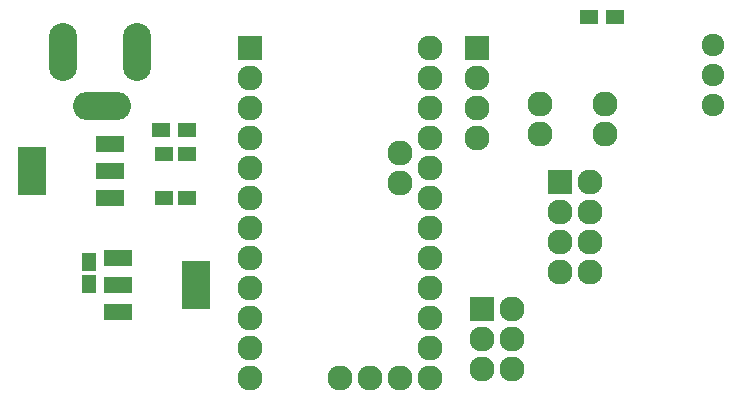
<source format=gbs>
G04 #@! TF.FileFunction,Soldermask,Bot*
%FSLAX46Y46*%
G04 Gerber Fmt 4.6, Leading zero omitted, Abs format (unit mm)*
G04 Created by KiCad (PCBNEW 4.0.2-stable) date 19-2-2017 13:23:34*
%MOMM*%
G01*
G04 APERTURE LIST*
%ADD10C,0.100000*%
%ADD11C,2.127200*%
%ADD12R,2.127200X2.127200*%
%ADD13O,2.127200X2.127200*%
%ADD14R,1.600000X1.150000*%
%ADD15R,1.150000X1.600000*%
%ADD16R,1.600000X1.300000*%
%ADD17R,2.432000X4.057600*%
%ADD18R,2.432000X1.416000*%
%ADD19C,1.924000*%
%ADD20O,2.400000X4.900000*%
%ADD21O,4.900000X2.400000*%
G04 APERTURE END LIST*
D10*
D11*
X52701900Y18651600D03*
D12*
X50161900Y18651600D03*
D13*
X52701900Y16111600D03*
X50161900Y16111600D03*
X52701900Y13571600D03*
X50161900Y13571600D03*
X52701900Y11031600D03*
X50161900Y11031600D03*
D14*
X16664360Y17307840D03*
X18564360Y17307840D03*
X16664360Y20997840D03*
X18564360Y20997840D03*
D15*
X10296600Y9980000D03*
X10296600Y11880000D03*
D12*
X43557900Y7843900D03*
D13*
X46097900Y7843900D03*
X43557900Y5303900D03*
X46097900Y5303900D03*
X43557900Y2763900D03*
X46097900Y2763900D03*
D16*
X16364360Y23047840D03*
X18564360Y23047840D03*
X54792500Y32621600D03*
X52592500Y32621600D03*
D17*
X5472360Y19537840D03*
D18*
X12076360Y19537840D03*
X12076360Y17251840D03*
X12076360Y21823840D03*
D17*
X19326300Y9901300D03*
D18*
X12722300Y9901300D03*
X12722300Y12187300D03*
X12722300Y7615300D03*
D19*
X63103200Y27643200D03*
X63103200Y25103200D03*
X63103200Y30183200D03*
D11*
X53960100Y22728300D03*
X53960100Y25268300D03*
X48460100Y22728300D03*
X48460100Y25268300D03*
D12*
X43148960Y30000320D03*
D13*
X43148960Y27460320D03*
X43148960Y24920320D03*
X43148960Y22380320D03*
D11*
X39138300Y2040000D03*
X39138300Y4580000D03*
X39138300Y7120000D03*
X39138300Y9660000D03*
X39138300Y12200000D03*
X39138300Y14740000D03*
X39138300Y17280000D03*
X39138300Y19820000D03*
X39138300Y22360000D03*
X39138300Y24900000D03*
X39138300Y27440000D03*
X39138300Y29980000D03*
X36598300Y2040000D03*
X34058300Y2040000D03*
X31518300Y2040000D03*
D12*
X23898300Y29980000D03*
D11*
X23898300Y27440000D03*
X23898300Y24900000D03*
X23898300Y22360000D03*
X23898300Y19820000D03*
X23898300Y17280000D03*
X23898300Y14740000D03*
X23898300Y12200000D03*
X23898300Y9660000D03*
X23898300Y7120000D03*
X23898300Y4580000D03*
X23898300Y2040000D03*
X36598300Y21090000D03*
X36598300Y18550000D03*
D20*
X14380000Y29630000D03*
X8080000Y29630000D03*
D21*
X11380000Y25030000D03*
M02*

</source>
